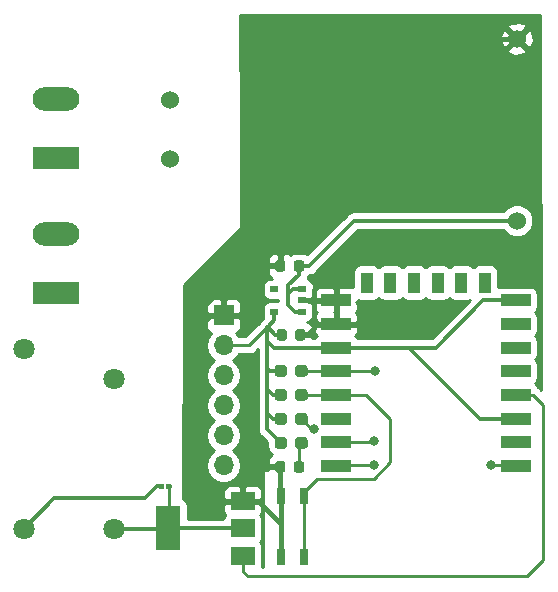
<source format=gtl>
G04 #@! TF.GenerationSoftware,KiCad,Pcbnew,5.0.2-bee76a0~70~ubuntu18.04.1*
G04 #@! TF.CreationDate,2019-01-14T20:29:46+01:00*
G04 #@! TF.ProjectId,AC Relay,41432052-656c-4617-992e-6b696361645f,rev?*
G04 #@! TF.SameCoordinates,PX41672a0PY5c0c740*
G04 #@! TF.FileFunction,Copper,L1,Top*
G04 #@! TF.FilePolarity,Positive*
%FSLAX46Y46*%
G04 Gerber Fmt 4.6, Leading zero omitted, Abs format (unit mm)*
G04 Created by KiCad (PCBNEW 5.0.2-bee76a0~70~ubuntu18.04.1) date lun 14 ene 2019 20:29:46 CET*
%MOMM*%
%LPD*%
G01*
G04 APERTURE LIST*
G04 #@! TA.AperFunction,ComponentPad*
%ADD10C,1.524000*%
G04 #@! TD*
G04 #@! TA.AperFunction,SMDPad,CuDef*
%ADD11R,0.700000X0.510000*%
G04 #@! TD*
G04 #@! TA.AperFunction,SMDPad,CuDef*
%ADD12R,0.700000X1.450000*%
G04 #@! TD*
G04 #@! TA.AperFunction,Conductor*
%ADD13C,0.100000*%
G04 #@! TD*
G04 #@! TA.AperFunction,SMDPad,CuDef*
%ADD14C,0.875000*%
G04 #@! TD*
G04 #@! TA.AperFunction,ComponentPad*
%ADD15R,1.700000X1.700000*%
G04 #@! TD*
G04 #@! TA.AperFunction,ComponentPad*
%ADD16O,1.700000X1.700000*%
G04 #@! TD*
G04 #@! TA.AperFunction,SMDPad,CuDef*
%ADD17C,0.400000*%
G04 #@! TD*
G04 #@! TA.AperFunction,SMDPad,CuDef*
%ADD18R,2.500000X1.000000*%
G04 #@! TD*
G04 #@! TA.AperFunction,SMDPad,CuDef*
%ADD19R,1.000000X1.800000*%
G04 #@! TD*
G04 #@! TA.AperFunction,SMDPad,CuDef*
%ADD20C,0.950000*%
G04 #@! TD*
G04 #@! TA.AperFunction,ComponentPad*
%ADD21O,3.960000X1.980000*%
G04 #@! TD*
G04 #@! TA.AperFunction,ComponentPad*
%ADD22R,3.960000X1.980000*%
G04 #@! TD*
G04 #@! TA.AperFunction,SMDPad,CuDef*
%ADD23R,2.000000X3.800000*%
G04 #@! TD*
G04 #@! TA.AperFunction,SMDPad,CuDef*
%ADD24R,2.000000X1.500000*%
G04 #@! TD*
G04 #@! TA.AperFunction,ComponentPad*
%ADD25C,1.800000*%
G04 #@! TD*
G04 #@! TA.AperFunction,ViaPad*
%ADD26C,0.800000*%
G04 #@! TD*
G04 #@! TA.AperFunction,Conductor*
%ADD27C,0.350000*%
G04 #@! TD*
G04 #@! TA.AperFunction,Conductor*
%ADD28C,0.250000*%
G04 #@! TD*
G04 #@! TA.AperFunction,Conductor*
%ADD29C,0.400000*%
G04 #@! TD*
G04 #@! TA.AperFunction,Conductor*
%ADD30C,0.300000*%
G04 #@! TD*
G04 #@! TA.AperFunction,Conductor*
%ADD31C,0.254000*%
G04 #@! TD*
G04 APERTURE END LIST*
D10*
G04 #@! TO.P,U3,1*
G04 #@! TO.N,Net-(J1-Pad2)*
X16778000Y40948000D03*
G04 #@! TO.P,U3,2*
G04 #@! TO.N,Net-(J1-Pad1)*
X16778000Y35948000D03*
G04 #@! TO.P,U3,3*
G04 #@! TO.N,GND*
X46178000Y46148000D03*
G04 #@! TO.P,U3,4*
G04 #@! TO.N,+5V*
X46178000Y30748000D03*
G04 #@! TD*
D11*
G04 #@! TO.P,U1,1*
G04 #@! TO.N,+5V*
X27957000Y23053000D03*
G04 #@! TO.P,U1,2*
G04 #@! TO.N,GND*
X27957000Y24003000D03*
G04 #@! TO.P,U1,3*
G04 #@! TO.N,+5V*
X27957000Y24953000D03*
G04 #@! TO.P,U1,4*
G04 #@! TO.N,Net-(U1-Pad4)*
X25637000Y24953000D03*
G04 #@! TO.P,U1,5*
G04 #@! TO.N,+3V3*
X25637000Y23053000D03*
G04 #@! TD*
D12*
G04 #@! TO.P,SW1,1*
G04 #@! TO.N,/Button*
X28178000Y2246000D03*
X28178000Y7406000D03*
G04 #@! TO.P,SW1,2*
G04 #@! TO.N,GND*
X26178000Y7406000D03*
X26178000Y2246000D03*
G04 #@! TD*
D13*
G04 #@! TO.N,GND*
G04 #@! TO.C,C2*
G36*
X28078691Y21555947D02*
X28099926Y21552797D01*
X28120750Y21547581D01*
X28140962Y21540349D01*
X28160368Y21531170D01*
X28178781Y21520134D01*
X28196024Y21507346D01*
X28211930Y21492930D01*
X28226346Y21477024D01*
X28239134Y21459781D01*
X28250170Y21441368D01*
X28259349Y21421962D01*
X28266581Y21401750D01*
X28271797Y21380926D01*
X28274947Y21359691D01*
X28276000Y21338250D01*
X28276000Y20825750D01*
X28274947Y20804309D01*
X28271797Y20783074D01*
X28266581Y20762250D01*
X28259349Y20742038D01*
X28250170Y20722632D01*
X28239134Y20704219D01*
X28226346Y20686976D01*
X28211930Y20671070D01*
X28196024Y20656654D01*
X28178781Y20643866D01*
X28160368Y20632830D01*
X28140962Y20623651D01*
X28120750Y20616419D01*
X28099926Y20611203D01*
X28078691Y20608053D01*
X28057250Y20607000D01*
X27619750Y20607000D01*
X27598309Y20608053D01*
X27577074Y20611203D01*
X27556250Y20616419D01*
X27536038Y20623651D01*
X27516632Y20632830D01*
X27498219Y20643866D01*
X27480976Y20656654D01*
X27465070Y20671070D01*
X27450654Y20686976D01*
X27437866Y20704219D01*
X27426830Y20722632D01*
X27417651Y20742038D01*
X27410419Y20762250D01*
X27405203Y20783074D01*
X27402053Y20804309D01*
X27401000Y20825750D01*
X27401000Y21338250D01*
X27402053Y21359691D01*
X27405203Y21380926D01*
X27410419Y21401750D01*
X27417651Y21421962D01*
X27426830Y21441368D01*
X27437866Y21459781D01*
X27450654Y21477024D01*
X27465070Y21492930D01*
X27480976Y21507346D01*
X27498219Y21520134D01*
X27516632Y21531170D01*
X27536038Y21540349D01*
X27556250Y21547581D01*
X27577074Y21552797D01*
X27598309Y21555947D01*
X27619750Y21557000D01*
X28057250Y21557000D01*
X28078691Y21555947D01*
X28078691Y21555947D01*
G37*
D14*
G04 #@! TD*
G04 #@! TO.P,C2,2*
G04 #@! TO.N,GND*
X27838500Y21082000D03*
D13*
G04 #@! TO.N,+3V3*
G04 #@! TO.C,C2*
G36*
X26503691Y21555947D02*
X26524926Y21552797D01*
X26545750Y21547581D01*
X26565962Y21540349D01*
X26585368Y21531170D01*
X26603781Y21520134D01*
X26621024Y21507346D01*
X26636930Y21492930D01*
X26651346Y21477024D01*
X26664134Y21459781D01*
X26675170Y21441368D01*
X26684349Y21421962D01*
X26691581Y21401750D01*
X26696797Y21380926D01*
X26699947Y21359691D01*
X26701000Y21338250D01*
X26701000Y20825750D01*
X26699947Y20804309D01*
X26696797Y20783074D01*
X26691581Y20762250D01*
X26684349Y20742038D01*
X26675170Y20722632D01*
X26664134Y20704219D01*
X26651346Y20686976D01*
X26636930Y20671070D01*
X26621024Y20656654D01*
X26603781Y20643866D01*
X26585368Y20632830D01*
X26565962Y20623651D01*
X26545750Y20616419D01*
X26524926Y20611203D01*
X26503691Y20608053D01*
X26482250Y20607000D01*
X26044750Y20607000D01*
X26023309Y20608053D01*
X26002074Y20611203D01*
X25981250Y20616419D01*
X25961038Y20623651D01*
X25941632Y20632830D01*
X25923219Y20643866D01*
X25905976Y20656654D01*
X25890070Y20671070D01*
X25875654Y20686976D01*
X25862866Y20704219D01*
X25851830Y20722632D01*
X25842651Y20742038D01*
X25835419Y20762250D01*
X25830203Y20783074D01*
X25827053Y20804309D01*
X25826000Y20825750D01*
X25826000Y21338250D01*
X25827053Y21359691D01*
X25830203Y21380926D01*
X25835419Y21401750D01*
X25842651Y21421962D01*
X25851830Y21441368D01*
X25862866Y21459781D01*
X25875654Y21477024D01*
X25890070Y21492930D01*
X25905976Y21507346D01*
X25923219Y21520134D01*
X25941632Y21531170D01*
X25961038Y21540349D01*
X25981250Y21547581D01*
X26002074Y21552797D01*
X26023309Y21555947D01*
X26044750Y21557000D01*
X26482250Y21557000D01*
X26503691Y21555947D01*
X26503691Y21555947D01*
G37*
D14*
G04 #@! TD*
G04 #@! TO.P,C2,1*
G04 #@! TO.N,+3V3*
X26263500Y21082000D03*
D13*
G04 #@! TO.N,+5V*
G04 #@! TO.C,C1*
G36*
X27951691Y27397947D02*
X27972926Y27394797D01*
X27993750Y27389581D01*
X28013962Y27382349D01*
X28033368Y27373170D01*
X28051781Y27362134D01*
X28069024Y27349346D01*
X28084930Y27334930D01*
X28099346Y27319024D01*
X28112134Y27301781D01*
X28123170Y27283368D01*
X28132349Y27263962D01*
X28139581Y27243750D01*
X28144797Y27222926D01*
X28147947Y27201691D01*
X28149000Y27180250D01*
X28149000Y26667750D01*
X28147947Y26646309D01*
X28144797Y26625074D01*
X28139581Y26604250D01*
X28132349Y26584038D01*
X28123170Y26564632D01*
X28112134Y26546219D01*
X28099346Y26528976D01*
X28084930Y26513070D01*
X28069024Y26498654D01*
X28051781Y26485866D01*
X28033368Y26474830D01*
X28013962Y26465651D01*
X27993750Y26458419D01*
X27972926Y26453203D01*
X27951691Y26450053D01*
X27930250Y26449000D01*
X27492750Y26449000D01*
X27471309Y26450053D01*
X27450074Y26453203D01*
X27429250Y26458419D01*
X27409038Y26465651D01*
X27389632Y26474830D01*
X27371219Y26485866D01*
X27353976Y26498654D01*
X27338070Y26513070D01*
X27323654Y26528976D01*
X27310866Y26546219D01*
X27299830Y26564632D01*
X27290651Y26584038D01*
X27283419Y26604250D01*
X27278203Y26625074D01*
X27275053Y26646309D01*
X27274000Y26667750D01*
X27274000Y27180250D01*
X27275053Y27201691D01*
X27278203Y27222926D01*
X27283419Y27243750D01*
X27290651Y27263962D01*
X27299830Y27283368D01*
X27310866Y27301781D01*
X27323654Y27319024D01*
X27338070Y27334930D01*
X27353976Y27349346D01*
X27371219Y27362134D01*
X27389632Y27373170D01*
X27409038Y27382349D01*
X27429250Y27389581D01*
X27450074Y27394797D01*
X27471309Y27397947D01*
X27492750Y27399000D01*
X27930250Y27399000D01*
X27951691Y27397947D01*
X27951691Y27397947D01*
G37*
D14*
G04 #@! TD*
G04 #@! TO.P,C1,1*
G04 #@! TO.N,+5V*
X27711500Y26924000D03*
D13*
G04 #@! TO.N,GND*
G04 #@! TO.C,C1*
G36*
X26376691Y27397947D02*
X26397926Y27394797D01*
X26418750Y27389581D01*
X26438962Y27382349D01*
X26458368Y27373170D01*
X26476781Y27362134D01*
X26494024Y27349346D01*
X26509930Y27334930D01*
X26524346Y27319024D01*
X26537134Y27301781D01*
X26548170Y27283368D01*
X26557349Y27263962D01*
X26564581Y27243750D01*
X26569797Y27222926D01*
X26572947Y27201691D01*
X26574000Y27180250D01*
X26574000Y26667750D01*
X26572947Y26646309D01*
X26569797Y26625074D01*
X26564581Y26604250D01*
X26557349Y26584038D01*
X26548170Y26564632D01*
X26537134Y26546219D01*
X26524346Y26528976D01*
X26509930Y26513070D01*
X26494024Y26498654D01*
X26476781Y26485866D01*
X26458368Y26474830D01*
X26438962Y26465651D01*
X26418750Y26458419D01*
X26397926Y26453203D01*
X26376691Y26450053D01*
X26355250Y26449000D01*
X25917750Y26449000D01*
X25896309Y26450053D01*
X25875074Y26453203D01*
X25854250Y26458419D01*
X25834038Y26465651D01*
X25814632Y26474830D01*
X25796219Y26485866D01*
X25778976Y26498654D01*
X25763070Y26513070D01*
X25748654Y26528976D01*
X25735866Y26546219D01*
X25724830Y26564632D01*
X25715651Y26584038D01*
X25708419Y26604250D01*
X25703203Y26625074D01*
X25700053Y26646309D01*
X25699000Y26667750D01*
X25699000Y27180250D01*
X25700053Y27201691D01*
X25703203Y27222926D01*
X25708419Y27243750D01*
X25715651Y27263962D01*
X25724830Y27283368D01*
X25735866Y27301781D01*
X25748654Y27319024D01*
X25763070Y27334930D01*
X25778976Y27349346D01*
X25796219Y27362134D01*
X25814632Y27373170D01*
X25834038Y27382349D01*
X25854250Y27389581D01*
X25875074Y27394797D01*
X25896309Y27397947D01*
X25917750Y27399000D01*
X26355250Y27399000D01*
X26376691Y27397947D01*
X26376691Y27397947D01*
G37*
D14*
G04 #@! TD*
G04 #@! TO.P,C1,2*
G04 #@! TO.N,GND*
X26136500Y26924000D03*
D15*
G04 #@! TO.P,J2,1*
G04 #@! TO.N,GND*
X21336000Y22733000D03*
D16*
G04 #@! TO.P,J2,2*
G04 #@! TO.N,+3V3*
X21336000Y20193000D03*
G04 #@! TO.P,J2,3*
G04 #@! TO.N,/Flash*
X21336000Y17653000D03*
G04 #@! TO.P,J2,4*
G04 #@! TO.N,/Rst*
X21336000Y15113000D03*
G04 #@! TO.P,J2,5*
G04 #@! TO.N,/RX*
X21336000Y12573000D03*
G04 #@! TO.P,J2,6*
G04 #@! TO.N,/TX*
X21336000Y10033000D03*
G04 #@! TD*
D13*
G04 #@! TO.N,Net-(D1-Pad1)*
G04 #@! TO.C,D1*
G36*
X16842802Y8454518D02*
X16852509Y8453079D01*
X16862028Y8450694D01*
X16871268Y8447388D01*
X16880140Y8443192D01*
X16888557Y8438147D01*
X16896439Y8432301D01*
X16903711Y8425711D01*
X16910301Y8418439D01*
X16916147Y8410557D01*
X16921192Y8402140D01*
X16925388Y8393268D01*
X16928694Y8384028D01*
X16931079Y8374509D01*
X16932518Y8364802D01*
X16933000Y8355000D01*
X16933000Y8155000D01*
X16932518Y8145198D01*
X16931079Y8135491D01*
X16928694Y8125972D01*
X16925388Y8116732D01*
X16921192Y8107860D01*
X16916147Y8099443D01*
X16910301Y8091561D01*
X16903711Y8084289D01*
X16896439Y8077699D01*
X16888557Y8071853D01*
X16880140Y8066808D01*
X16871268Y8062612D01*
X16862028Y8059306D01*
X16852509Y8056921D01*
X16842802Y8055482D01*
X16833000Y8055000D01*
X16573000Y8055000D01*
X16563198Y8055482D01*
X16553491Y8056921D01*
X16543972Y8059306D01*
X16534732Y8062612D01*
X16525860Y8066808D01*
X16517443Y8071853D01*
X16509561Y8077699D01*
X16502289Y8084289D01*
X16495699Y8091561D01*
X16489853Y8099443D01*
X16484808Y8107860D01*
X16480612Y8116732D01*
X16477306Y8125972D01*
X16474921Y8135491D01*
X16473482Y8145198D01*
X16473000Y8155000D01*
X16473000Y8355000D01*
X16473482Y8364802D01*
X16474921Y8374509D01*
X16477306Y8384028D01*
X16480612Y8393268D01*
X16484808Y8402140D01*
X16489853Y8410557D01*
X16495699Y8418439D01*
X16502289Y8425711D01*
X16509561Y8432301D01*
X16517443Y8438147D01*
X16525860Y8443192D01*
X16534732Y8447388D01*
X16543972Y8450694D01*
X16553491Y8453079D01*
X16563198Y8454518D01*
X16573000Y8455000D01*
X16833000Y8455000D01*
X16842802Y8454518D01*
X16842802Y8454518D01*
G37*
D17*
G04 #@! TD*
G04 #@! TO.P,D1,1*
G04 #@! TO.N,Net-(D1-Pad1)*
X16703000Y8255000D03*
D13*
G04 #@! TO.N,+5V*
G04 #@! TO.C,D1*
G36*
X16202802Y8454518D02*
X16212509Y8453079D01*
X16222028Y8450694D01*
X16231268Y8447388D01*
X16240140Y8443192D01*
X16248557Y8438147D01*
X16256439Y8432301D01*
X16263711Y8425711D01*
X16270301Y8418439D01*
X16276147Y8410557D01*
X16281192Y8402140D01*
X16285388Y8393268D01*
X16288694Y8384028D01*
X16291079Y8374509D01*
X16292518Y8364802D01*
X16293000Y8355000D01*
X16293000Y8155000D01*
X16292518Y8145198D01*
X16291079Y8135491D01*
X16288694Y8125972D01*
X16285388Y8116732D01*
X16281192Y8107860D01*
X16276147Y8099443D01*
X16270301Y8091561D01*
X16263711Y8084289D01*
X16256439Y8077699D01*
X16248557Y8071853D01*
X16240140Y8066808D01*
X16231268Y8062612D01*
X16222028Y8059306D01*
X16212509Y8056921D01*
X16202802Y8055482D01*
X16193000Y8055000D01*
X15933000Y8055000D01*
X15923198Y8055482D01*
X15913491Y8056921D01*
X15903972Y8059306D01*
X15894732Y8062612D01*
X15885860Y8066808D01*
X15877443Y8071853D01*
X15869561Y8077699D01*
X15862289Y8084289D01*
X15855699Y8091561D01*
X15849853Y8099443D01*
X15844808Y8107860D01*
X15840612Y8116732D01*
X15837306Y8125972D01*
X15834921Y8135491D01*
X15833482Y8145198D01*
X15833000Y8155000D01*
X15833000Y8355000D01*
X15833482Y8364802D01*
X15834921Y8374509D01*
X15837306Y8384028D01*
X15840612Y8393268D01*
X15844808Y8402140D01*
X15849853Y8410557D01*
X15855699Y8418439D01*
X15862289Y8425711D01*
X15869561Y8432301D01*
X15877443Y8438147D01*
X15885860Y8443192D01*
X15894732Y8447388D01*
X15903972Y8450694D01*
X15913491Y8453079D01*
X15923198Y8454518D01*
X15933000Y8455000D01*
X16193000Y8455000D01*
X16202802Y8454518D01*
X16202802Y8454518D01*
G37*
D17*
G04 #@! TD*
G04 #@! TO.P,D1,2*
G04 #@! TO.N,+5V*
X16063000Y8255000D03*
D13*
G04 #@! TO.N,GND*
G04 #@! TO.C,D2*
G36*
X26376691Y10379947D02*
X26397926Y10376797D01*
X26418750Y10371581D01*
X26438962Y10364349D01*
X26458368Y10355170D01*
X26476781Y10344134D01*
X26494024Y10331346D01*
X26509930Y10316930D01*
X26524346Y10301024D01*
X26537134Y10283781D01*
X26548170Y10265368D01*
X26557349Y10245962D01*
X26564581Y10225750D01*
X26569797Y10204926D01*
X26572947Y10183691D01*
X26574000Y10162250D01*
X26574000Y9649750D01*
X26572947Y9628309D01*
X26569797Y9607074D01*
X26564581Y9586250D01*
X26557349Y9566038D01*
X26548170Y9546632D01*
X26537134Y9528219D01*
X26524346Y9510976D01*
X26509930Y9495070D01*
X26494024Y9480654D01*
X26476781Y9467866D01*
X26458368Y9456830D01*
X26438962Y9447651D01*
X26418750Y9440419D01*
X26397926Y9435203D01*
X26376691Y9432053D01*
X26355250Y9431000D01*
X25917750Y9431000D01*
X25896309Y9432053D01*
X25875074Y9435203D01*
X25854250Y9440419D01*
X25834038Y9447651D01*
X25814632Y9456830D01*
X25796219Y9467866D01*
X25778976Y9480654D01*
X25763070Y9495070D01*
X25748654Y9510976D01*
X25735866Y9528219D01*
X25724830Y9546632D01*
X25715651Y9566038D01*
X25708419Y9586250D01*
X25703203Y9607074D01*
X25700053Y9628309D01*
X25699000Y9649750D01*
X25699000Y10162250D01*
X25700053Y10183691D01*
X25703203Y10204926D01*
X25708419Y10225750D01*
X25715651Y10245962D01*
X25724830Y10265368D01*
X25735866Y10283781D01*
X25748654Y10301024D01*
X25763070Y10316930D01*
X25778976Y10331346D01*
X25796219Y10344134D01*
X25814632Y10355170D01*
X25834038Y10364349D01*
X25854250Y10371581D01*
X25875074Y10376797D01*
X25896309Y10379947D01*
X25917750Y10381000D01*
X26355250Y10381000D01*
X26376691Y10379947D01*
X26376691Y10379947D01*
G37*
D14*
G04 #@! TD*
G04 #@! TO.P,D2,1*
G04 #@! TO.N,GND*
X26136500Y9906000D03*
D13*
G04 #@! TO.N,Net-(D2-Pad2)*
G04 #@! TO.C,D2*
G36*
X27951691Y10379947D02*
X27972926Y10376797D01*
X27993750Y10371581D01*
X28013962Y10364349D01*
X28033368Y10355170D01*
X28051781Y10344134D01*
X28069024Y10331346D01*
X28084930Y10316930D01*
X28099346Y10301024D01*
X28112134Y10283781D01*
X28123170Y10265368D01*
X28132349Y10245962D01*
X28139581Y10225750D01*
X28144797Y10204926D01*
X28147947Y10183691D01*
X28149000Y10162250D01*
X28149000Y9649750D01*
X28147947Y9628309D01*
X28144797Y9607074D01*
X28139581Y9586250D01*
X28132349Y9566038D01*
X28123170Y9546632D01*
X28112134Y9528219D01*
X28099346Y9510976D01*
X28084930Y9495070D01*
X28069024Y9480654D01*
X28051781Y9467866D01*
X28033368Y9456830D01*
X28013962Y9447651D01*
X27993750Y9440419D01*
X27972926Y9435203D01*
X27951691Y9432053D01*
X27930250Y9431000D01*
X27492750Y9431000D01*
X27471309Y9432053D01*
X27450074Y9435203D01*
X27429250Y9440419D01*
X27409038Y9447651D01*
X27389632Y9456830D01*
X27371219Y9467866D01*
X27353976Y9480654D01*
X27338070Y9495070D01*
X27323654Y9510976D01*
X27310866Y9528219D01*
X27299830Y9546632D01*
X27290651Y9566038D01*
X27283419Y9586250D01*
X27278203Y9607074D01*
X27275053Y9628309D01*
X27274000Y9649750D01*
X27274000Y10162250D01*
X27275053Y10183691D01*
X27278203Y10204926D01*
X27283419Y10225750D01*
X27290651Y10245962D01*
X27299830Y10265368D01*
X27310866Y10283781D01*
X27323654Y10301024D01*
X27338070Y10316930D01*
X27353976Y10331346D01*
X27371219Y10344134D01*
X27389632Y10355170D01*
X27409038Y10364349D01*
X27429250Y10371581D01*
X27450074Y10376797D01*
X27471309Y10379947D01*
X27492750Y10381000D01*
X27930250Y10381000D01*
X27951691Y10379947D01*
X27951691Y10379947D01*
G37*
D14*
G04 #@! TD*
G04 #@! TO.P,D2,2*
G04 #@! TO.N,Net-(D2-Pad2)*
X27711500Y9906000D03*
D18*
G04 #@! TO.P,U2,1*
G04 #@! TO.N,/Rst*
X46061000Y10002000D03*
G04 #@! TO.P,U2,2*
G04 #@! TO.N,Net-(U2-Pad2)*
X46061000Y12002000D03*
G04 #@! TO.P,U2,3*
G04 #@! TO.N,+3V3*
X46061000Y14002000D03*
G04 #@! TO.P,U2,4*
G04 #@! TO.N,/Relay*
X46061000Y16002000D03*
G04 #@! TO.P,U2,5*
G04 #@! TO.N,Net-(U2-Pad5)*
X46061000Y18002000D03*
G04 #@! TO.P,U2,6*
G04 #@! TO.N,Net-(U2-Pad6)*
X46061000Y20002000D03*
G04 #@! TO.P,U2,7*
G04 #@! TO.N,Net-(U2-Pad7)*
X46061000Y22002000D03*
G04 #@! TO.P,U2,8*
G04 #@! TO.N,+3V3*
X46061000Y24002000D03*
D19*
G04 #@! TO.P,U2,9*
G04 #@! TO.N,Net-(U2-Pad9)*
X43461000Y25502000D03*
G04 #@! TO.P,U2,10*
G04 #@! TO.N,Net-(U2-Pad10)*
X41461000Y25502000D03*
G04 #@! TO.P,U2,11*
G04 #@! TO.N,Net-(U2-Pad11)*
X39461000Y25502000D03*
G04 #@! TO.P,U2,12*
G04 #@! TO.N,Net-(U2-Pad12)*
X37461000Y25502000D03*
G04 #@! TO.P,U2,13*
G04 #@! TO.N,Net-(U2-Pad13)*
X35461000Y25502000D03*
G04 #@! TO.P,U2,14*
G04 #@! TO.N,Net-(U2-Pad14)*
X33461000Y25502000D03*
D18*
G04 #@! TO.P,U2,15*
G04 #@! TO.N,GND*
X30861000Y24002000D03*
G04 #@! TO.P,U2,16*
X30861000Y22002000D03*
G04 #@! TO.P,U2,17*
G04 #@! TO.N,+3V3*
X30861000Y20002000D03*
G04 #@! TO.P,U2,18*
G04 #@! TO.N,/Flash*
X30861000Y18002000D03*
G04 #@! TO.P,U2,19*
G04 #@! TO.N,/Button*
X30861000Y16002000D03*
G04 #@! TO.P,U2,20*
G04 #@! TO.N,Net-(U2-Pad20)*
X30861000Y14002000D03*
G04 #@! TO.P,U2,21*
G04 #@! TO.N,/RX*
X30861000Y12002000D03*
G04 #@! TO.P,U2,22*
G04 #@! TO.N,/TX*
X30861000Y10002000D03*
G04 #@! TD*
D13*
G04 #@! TO.N,+3V3*
G04 #@! TO.C,R1*
G36*
X26486779Y14443856D02*
X26509834Y14440437D01*
X26532443Y14434773D01*
X26554387Y14426921D01*
X26575457Y14416956D01*
X26595448Y14404974D01*
X26614168Y14391090D01*
X26631438Y14375438D01*
X26647090Y14358168D01*
X26660974Y14339448D01*
X26672956Y14319457D01*
X26682921Y14298387D01*
X26690773Y14276443D01*
X26696437Y14253834D01*
X26699856Y14230779D01*
X26701000Y14207500D01*
X26701000Y13732500D01*
X26699856Y13709221D01*
X26696437Y13686166D01*
X26690773Y13663557D01*
X26682921Y13641613D01*
X26672956Y13620543D01*
X26660974Y13600552D01*
X26647090Y13581832D01*
X26631438Y13564562D01*
X26614168Y13548910D01*
X26595448Y13535026D01*
X26575457Y13523044D01*
X26554387Y13513079D01*
X26532443Y13505227D01*
X26509834Y13499563D01*
X26486779Y13496144D01*
X26463500Y13495000D01*
X25888500Y13495000D01*
X25865221Y13496144D01*
X25842166Y13499563D01*
X25819557Y13505227D01*
X25797613Y13513079D01*
X25776543Y13523044D01*
X25756552Y13535026D01*
X25737832Y13548910D01*
X25720562Y13564562D01*
X25704910Y13581832D01*
X25691026Y13600552D01*
X25679044Y13620543D01*
X25669079Y13641613D01*
X25661227Y13663557D01*
X25655563Y13686166D01*
X25652144Y13709221D01*
X25651000Y13732500D01*
X25651000Y14207500D01*
X25652144Y14230779D01*
X25655563Y14253834D01*
X25661227Y14276443D01*
X25669079Y14298387D01*
X25679044Y14319457D01*
X25691026Y14339448D01*
X25704910Y14358168D01*
X25720562Y14375438D01*
X25737832Y14391090D01*
X25756552Y14404974D01*
X25776543Y14416956D01*
X25797613Y14426921D01*
X25819557Y14434773D01*
X25842166Y14440437D01*
X25865221Y14443856D01*
X25888500Y14445000D01*
X26463500Y14445000D01*
X26486779Y14443856D01*
X26486779Y14443856D01*
G37*
D20*
G04 #@! TD*
G04 #@! TO.P,R1,2*
G04 #@! TO.N,+3V3*
X26176000Y13970000D03*
D13*
G04 #@! TO.N,/Rst*
G04 #@! TO.C,R1*
G36*
X28236779Y14443856D02*
X28259834Y14440437D01*
X28282443Y14434773D01*
X28304387Y14426921D01*
X28325457Y14416956D01*
X28345448Y14404974D01*
X28364168Y14391090D01*
X28381438Y14375438D01*
X28397090Y14358168D01*
X28410974Y14339448D01*
X28422956Y14319457D01*
X28432921Y14298387D01*
X28440773Y14276443D01*
X28446437Y14253834D01*
X28449856Y14230779D01*
X28451000Y14207500D01*
X28451000Y13732500D01*
X28449856Y13709221D01*
X28446437Y13686166D01*
X28440773Y13663557D01*
X28432921Y13641613D01*
X28422956Y13620543D01*
X28410974Y13600552D01*
X28397090Y13581832D01*
X28381438Y13564562D01*
X28364168Y13548910D01*
X28345448Y13535026D01*
X28325457Y13523044D01*
X28304387Y13513079D01*
X28282443Y13505227D01*
X28259834Y13499563D01*
X28236779Y13496144D01*
X28213500Y13495000D01*
X27638500Y13495000D01*
X27615221Y13496144D01*
X27592166Y13499563D01*
X27569557Y13505227D01*
X27547613Y13513079D01*
X27526543Y13523044D01*
X27506552Y13535026D01*
X27487832Y13548910D01*
X27470562Y13564562D01*
X27454910Y13581832D01*
X27441026Y13600552D01*
X27429044Y13620543D01*
X27419079Y13641613D01*
X27411227Y13663557D01*
X27405563Y13686166D01*
X27402144Y13709221D01*
X27401000Y13732500D01*
X27401000Y14207500D01*
X27402144Y14230779D01*
X27405563Y14253834D01*
X27411227Y14276443D01*
X27419079Y14298387D01*
X27429044Y14319457D01*
X27441026Y14339448D01*
X27454910Y14358168D01*
X27470562Y14375438D01*
X27487832Y14391090D01*
X27506552Y14404974D01*
X27526543Y14416956D01*
X27547613Y14426921D01*
X27569557Y14434773D01*
X27592166Y14440437D01*
X27615221Y14443856D01*
X27638500Y14445000D01*
X28213500Y14445000D01*
X28236779Y14443856D01*
X28236779Y14443856D01*
G37*
D20*
G04 #@! TD*
G04 #@! TO.P,R1,1*
G04 #@! TO.N,/Rst*
X27926000Y13970000D03*
D13*
G04 #@! TO.N,+3V3*
G04 #@! TO.C,R2*
G36*
X26486779Y18507856D02*
X26509834Y18504437D01*
X26532443Y18498773D01*
X26554387Y18490921D01*
X26575457Y18480956D01*
X26595448Y18468974D01*
X26614168Y18455090D01*
X26631438Y18439438D01*
X26647090Y18422168D01*
X26660974Y18403448D01*
X26672956Y18383457D01*
X26682921Y18362387D01*
X26690773Y18340443D01*
X26696437Y18317834D01*
X26699856Y18294779D01*
X26701000Y18271500D01*
X26701000Y17796500D01*
X26699856Y17773221D01*
X26696437Y17750166D01*
X26690773Y17727557D01*
X26682921Y17705613D01*
X26672956Y17684543D01*
X26660974Y17664552D01*
X26647090Y17645832D01*
X26631438Y17628562D01*
X26614168Y17612910D01*
X26595448Y17599026D01*
X26575457Y17587044D01*
X26554387Y17577079D01*
X26532443Y17569227D01*
X26509834Y17563563D01*
X26486779Y17560144D01*
X26463500Y17559000D01*
X25888500Y17559000D01*
X25865221Y17560144D01*
X25842166Y17563563D01*
X25819557Y17569227D01*
X25797613Y17577079D01*
X25776543Y17587044D01*
X25756552Y17599026D01*
X25737832Y17612910D01*
X25720562Y17628562D01*
X25704910Y17645832D01*
X25691026Y17664552D01*
X25679044Y17684543D01*
X25669079Y17705613D01*
X25661227Y17727557D01*
X25655563Y17750166D01*
X25652144Y17773221D01*
X25651000Y17796500D01*
X25651000Y18271500D01*
X25652144Y18294779D01*
X25655563Y18317834D01*
X25661227Y18340443D01*
X25669079Y18362387D01*
X25679044Y18383457D01*
X25691026Y18403448D01*
X25704910Y18422168D01*
X25720562Y18439438D01*
X25737832Y18455090D01*
X25756552Y18468974D01*
X25776543Y18480956D01*
X25797613Y18490921D01*
X25819557Y18498773D01*
X25842166Y18504437D01*
X25865221Y18507856D01*
X25888500Y18509000D01*
X26463500Y18509000D01*
X26486779Y18507856D01*
X26486779Y18507856D01*
G37*
D20*
G04 #@! TD*
G04 #@! TO.P,R2,1*
G04 #@! TO.N,+3V3*
X26176000Y18034000D03*
D13*
G04 #@! TO.N,/Flash*
G04 #@! TO.C,R2*
G36*
X28236779Y18507856D02*
X28259834Y18504437D01*
X28282443Y18498773D01*
X28304387Y18490921D01*
X28325457Y18480956D01*
X28345448Y18468974D01*
X28364168Y18455090D01*
X28381438Y18439438D01*
X28397090Y18422168D01*
X28410974Y18403448D01*
X28422956Y18383457D01*
X28432921Y18362387D01*
X28440773Y18340443D01*
X28446437Y18317834D01*
X28449856Y18294779D01*
X28451000Y18271500D01*
X28451000Y17796500D01*
X28449856Y17773221D01*
X28446437Y17750166D01*
X28440773Y17727557D01*
X28432921Y17705613D01*
X28422956Y17684543D01*
X28410974Y17664552D01*
X28397090Y17645832D01*
X28381438Y17628562D01*
X28364168Y17612910D01*
X28345448Y17599026D01*
X28325457Y17587044D01*
X28304387Y17577079D01*
X28282443Y17569227D01*
X28259834Y17563563D01*
X28236779Y17560144D01*
X28213500Y17559000D01*
X27638500Y17559000D01*
X27615221Y17560144D01*
X27592166Y17563563D01*
X27569557Y17569227D01*
X27547613Y17577079D01*
X27526543Y17587044D01*
X27506552Y17599026D01*
X27487832Y17612910D01*
X27470562Y17628562D01*
X27454910Y17645832D01*
X27441026Y17664552D01*
X27429044Y17684543D01*
X27419079Y17705613D01*
X27411227Y17727557D01*
X27405563Y17750166D01*
X27402144Y17773221D01*
X27401000Y17796500D01*
X27401000Y18271500D01*
X27402144Y18294779D01*
X27405563Y18317834D01*
X27411227Y18340443D01*
X27419079Y18362387D01*
X27429044Y18383457D01*
X27441026Y18403448D01*
X27454910Y18422168D01*
X27470562Y18439438D01*
X27487832Y18455090D01*
X27506552Y18468974D01*
X27526543Y18480956D01*
X27547613Y18490921D01*
X27569557Y18498773D01*
X27592166Y18504437D01*
X27615221Y18507856D01*
X27638500Y18509000D01*
X28213500Y18509000D01*
X28236779Y18507856D01*
X28236779Y18507856D01*
G37*
D20*
G04 #@! TD*
G04 #@! TO.P,R2,2*
G04 #@! TO.N,/Flash*
X27926000Y18034000D03*
D13*
G04 #@! TO.N,+3V3*
G04 #@! TO.C,R3*
G36*
X26486779Y16475856D02*
X26509834Y16472437D01*
X26532443Y16466773D01*
X26554387Y16458921D01*
X26575457Y16448956D01*
X26595448Y16436974D01*
X26614168Y16423090D01*
X26631438Y16407438D01*
X26647090Y16390168D01*
X26660974Y16371448D01*
X26672956Y16351457D01*
X26682921Y16330387D01*
X26690773Y16308443D01*
X26696437Y16285834D01*
X26699856Y16262779D01*
X26701000Y16239500D01*
X26701000Y15764500D01*
X26699856Y15741221D01*
X26696437Y15718166D01*
X26690773Y15695557D01*
X26682921Y15673613D01*
X26672956Y15652543D01*
X26660974Y15632552D01*
X26647090Y15613832D01*
X26631438Y15596562D01*
X26614168Y15580910D01*
X26595448Y15567026D01*
X26575457Y15555044D01*
X26554387Y15545079D01*
X26532443Y15537227D01*
X26509834Y15531563D01*
X26486779Y15528144D01*
X26463500Y15527000D01*
X25888500Y15527000D01*
X25865221Y15528144D01*
X25842166Y15531563D01*
X25819557Y15537227D01*
X25797613Y15545079D01*
X25776543Y15555044D01*
X25756552Y15567026D01*
X25737832Y15580910D01*
X25720562Y15596562D01*
X25704910Y15613832D01*
X25691026Y15632552D01*
X25679044Y15652543D01*
X25669079Y15673613D01*
X25661227Y15695557D01*
X25655563Y15718166D01*
X25652144Y15741221D01*
X25651000Y15764500D01*
X25651000Y16239500D01*
X25652144Y16262779D01*
X25655563Y16285834D01*
X25661227Y16308443D01*
X25669079Y16330387D01*
X25679044Y16351457D01*
X25691026Y16371448D01*
X25704910Y16390168D01*
X25720562Y16407438D01*
X25737832Y16423090D01*
X25756552Y16436974D01*
X25776543Y16448956D01*
X25797613Y16458921D01*
X25819557Y16466773D01*
X25842166Y16472437D01*
X25865221Y16475856D01*
X25888500Y16477000D01*
X26463500Y16477000D01*
X26486779Y16475856D01*
X26486779Y16475856D01*
G37*
D20*
G04 #@! TD*
G04 #@! TO.P,R3,2*
G04 #@! TO.N,+3V3*
X26176000Y16002000D03*
D13*
G04 #@! TO.N,/Button*
G04 #@! TO.C,R3*
G36*
X28236779Y16475856D02*
X28259834Y16472437D01*
X28282443Y16466773D01*
X28304387Y16458921D01*
X28325457Y16448956D01*
X28345448Y16436974D01*
X28364168Y16423090D01*
X28381438Y16407438D01*
X28397090Y16390168D01*
X28410974Y16371448D01*
X28422956Y16351457D01*
X28432921Y16330387D01*
X28440773Y16308443D01*
X28446437Y16285834D01*
X28449856Y16262779D01*
X28451000Y16239500D01*
X28451000Y15764500D01*
X28449856Y15741221D01*
X28446437Y15718166D01*
X28440773Y15695557D01*
X28432921Y15673613D01*
X28422956Y15652543D01*
X28410974Y15632552D01*
X28397090Y15613832D01*
X28381438Y15596562D01*
X28364168Y15580910D01*
X28345448Y15567026D01*
X28325457Y15555044D01*
X28304387Y15545079D01*
X28282443Y15537227D01*
X28259834Y15531563D01*
X28236779Y15528144D01*
X28213500Y15527000D01*
X27638500Y15527000D01*
X27615221Y15528144D01*
X27592166Y15531563D01*
X27569557Y15537227D01*
X27547613Y15545079D01*
X27526543Y15555044D01*
X27506552Y15567026D01*
X27487832Y15580910D01*
X27470562Y15596562D01*
X27454910Y15613832D01*
X27441026Y15632552D01*
X27429044Y15652543D01*
X27419079Y15673613D01*
X27411227Y15695557D01*
X27405563Y15718166D01*
X27402144Y15741221D01*
X27401000Y15764500D01*
X27401000Y16239500D01*
X27402144Y16262779D01*
X27405563Y16285834D01*
X27411227Y16308443D01*
X27419079Y16330387D01*
X27429044Y16351457D01*
X27441026Y16371448D01*
X27454910Y16390168D01*
X27470562Y16407438D01*
X27487832Y16423090D01*
X27506552Y16436974D01*
X27526543Y16448956D01*
X27547613Y16458921D01*
X27569557Y16466773D01*
X27592166Y16472437D01*
X27615221Y16475856D01*
X27638500Y16477000D01*
X28213500Y16477000D01*
X28236779Y16475856D01*
X28236779Y16475856D01*
G37*
D20*
G04 #@! TD*
G04 #@! TO.P,R3,1*
G04 #@! TO.N,/Button*
X27926000Y16002000D03*
D13*
G04 #@! TO.N,Net-(D2-Pad2)*
G04 #@! TO.C,R4*
G36*
X28236779Y12411856D02*
X28259834Y12408437D01*
X28282443Y12402773D01*
X28304387Y12394921D01*
X28325457Y12384956D01*
X28345448Y12372974D01*
X28364168Y12359090D01*
X28381438Y12343438D01*
X28397090Y12326168D01*
X28410974Y12307448D01*
X28422956Y12287457D01*
X28432921Y12266387D01*
X28440773Y12244443D01*
X28446437Y12221834D01*
X28449856Y12198779D01*
X28451000Y12175500D01*
X28451000Y11700500D01*
X28449856Y11677221D01*
X28446437Y11654166D01*
X28440773Y11631557D01*
X28432921Y11609613D01*
X28422956Y11588543D01*
X28410974Y11568552D01*
X28397090Y11549832D01*
X28381438Y11532562D01*
X28364168Y11516910D01*
X28345448Y11503026D01*
X28325457Y11491044D01*
X28304387Y11481079D01*
X28282443Y11473227D01*
X28259834Y11467563D01*
X28236779Y11464144D01*
X28213500Y11463000D01*
X27638500Y11463000D01*
X27615221Y11464144D01*
X27592166Y11467563D01*
X27569557Y11473227D01*
X27547613Y11481079D01*
X27526543Y11491044D01*
X27506552Y11503026D01*
X27487832Y11516910D01*
X27470562Y11532562D01*
X27454910Y11549832D01*
X27441026Y11568552D01*
X27429044Y11588543D01*
X27419079Y11609613D01*
X27411227Y11631557D01*
X27405563Y11654166D01*
X27402144Y11677221D01*
X27401000Y11700500D01*
X27401000Y12175500D01*
X27402144Y12198779D01*
X27405563Y12221834D01*
X27411227Y12244443D01*
X27419079Y12266387D01*
X27429044Y12287457D01*
X27441026Y12307448D01*
X27454910Y12326168D01*
X27470562Y12343438D01*
X27487832Y12359090D01*
X27506552Y12372974D01*
X27526543Y12384956D01*
X27547613Y12394921D01*
X27569557Y12402773D01*
X27592166Y12408437D01*
X27615221Y12411856D01*
X27638500Y12413000D01*
X28213500Y12413000D01*
X28236779Y12411856D01*
X28236779Y12411856D01*
G37*
D20*
G04 #@! TD*
G04 #@! TO.P,R4,1*
G04 #@! TO.N,Net-(D2-Pad2)*
X27926000Y11938000D03*
D13*
G04 #@! TO.N,+3V3*
G04 #@! TO.C,R4*
G36*
X26486779Y12411856D02*
X26509834Y12408437D01*
X26532443Y12402773D01*
X26554387Y12394921D01*
X26575457Y12384956D01*
X26595448Y12372974D01*
X26614168Y12359090D01*
X26631438Y12343438D01*
X26647090Y12326168D01*
X26660974Y12307448D01*
X26672956Y12287457D01*
X26682921Y12266387D01*
X26690773Y12244443D01*
X26696437Y12221834D01*
X26699856Y12198779D01*
X26701000Y12175500D01*
X26701000Y11700500D01*
X26699856Y11677221D01*
X26696437Y11654166D01*
X26690773Y11631557D01*
X26682921Y11609613D01*
X26672956Y11588543D01*
X26660974Y11568552D01*
X26647090Y11549832D01*
X26631438Y11532562D01*
X26614168Y11516910D01*
X26595448Y11503026D01*
X26575457Y11491044D01*
X26554387Y11481079D01*
X26532443Y11473227D01*
X26509834Y11467563D01*
X26486779Y11464144D01*
X26463500Y11463000D01*
X25888500Y11463000D01*
X25865221Y11464144D01*
X25842166Y11467563D01*
X25819557Y11473227D01*
X25797613Y11481079D01*
X25776543Y11491044D01*
X25756552Y11503026D01*
X25737832Y11516910D01*
X25720562Y11532562D01*
X25704910Y11549832D01*
X25691026Y11568552D01*
X25679044Y11588543D01*
X25669079Y11609613D01*
X25661227Y11631557D01*
X25655563Y11654166D01*
X25652144Y11677221D01*
X25651000Y11700500D01*
X25651000Y12175500D01*
X25652144Y12198779D01*
X25655563Y12221834D01*
X25661227Y12244443D01*
X25669079Y12266387D01*
X25679044Y12287457D01*
X25691026Y12307448D01*
X25704910Y12326168D01*
X25720562Y12343438D01*
X25737832Y12359090D01*
X25756552Y12372974D01*
X25776543Y12384956D01*
X25797613Y12394921D01*
X25819557Y12402773D01*
X25842166Y12408437D01*
X25865221Y12411856D01*
X25888500Y12413000D01*
X26463500Y12413000D01*
X26486779Y12411856D01*
X26486779Y12411856D01*
G37*
D20*
G04 #@! TD*
G04 #@! TO.P,R4,2*
G04 #@! TO.N,+3V3*
X26176000Y11938000D03*
D21*
G04 #@! TO.P,J3,2*
G04 #@! TO.N,Net-(J3-Pad2)*
X7112000Y29638000D03*
D22*
G04 #@! TO.P,J3,1*
G04 #@! TO.N,Net-(J3-Pad1)*
X7112000Y24638000D03*
G04 #@! TD*
G04 #@! TO.P,J1,1*
G04 #@! TO.N,Net-(J1-Pad1)*
X7112000Y36068000D03*
D21*
G04 #@! TO.P,J1,2*
G04 #@! TO.N,Net-(J1-Pad2)*
X7112000Y41068000D03*
G04 #@! TD*
D23*
G04 #@! TO.P,Q1,4*
G04 #@! TO.N,Net-(D1-Pad1)*
X16662000Y4699000D03*
D24*
G04 #@! TO.P,Q1,2*
X22962000Y4699000D03*
G04 #@! TO.P,Q1,3*
G04 #@! TO.N,GND*
X22962000Y6999000D03*
G04 #@! TO.P,Q1,1*
G04 #@! TO.N,/Relay*
X22962000Y2399000D03*
G04 #@! TD*
D25*
G04 #@! TO.P,K1,1*
G04 #@! TO.N,Net-(D1-Pad1)*
X12035000Y4655000D03*
G04 #@! TO.P,K1,2*
G04 #@! TO.N,+5V*
X4435000Y4655000D03*
G04 #@! TO.P,K1,3*
G04 #@! TO.N,Net-(J3-Pad1)*
X4435000Y19895000D03*
G04 #@! TO.P,K1,4*
G04 #@! TO.N,Net-(J3-Pad2)*
X12035000Y17355000D03*
G04 #@! TD*
D26*
G04 #@! TO.N,/Flash*
X34163000Y18034000D03*
G04 #@! TO.N,/Rst*
X43942000Y10033000D03*
X28956000Y13152001D03*
G04 #@! TO.N,/RX*
X34036000Y12065000D03*
G04 #@! TO.N,/TX*
X34036000Y10033000D03*
G04 #@! TD*
D27*
G04 #@! TO.N,+5V*
X27357000Y23053000D02*
X26797000Y23613000D01*
X27957000Y23053000D02*
X27357000Y23053000D01*
X27239000Y24953000D02*
X27957000Y24953000D01*
X26797000Y24511000D02*
X27239000Y24953000D01*
X26797000Y23613000D02*
X26797000Y24257000D01*
X26797000Y24257000D02*
X26797000Y24511000D01*
X27711500Y26187500D02*
X27711500Y26924000D01*
X26797000Y24511000D02*
X26797000Y25273000D01*
X26797000Y25273000D02*
X27711500Y26187500D01*
X32399000Y30748000D02*
X46178000Y30748000D01*
X27711500Y26924000D02*
X28575000Y26924000D01*
X28575000Y26924000D02*
X32399000Y30748000D01*
X15733000Y8255000D02*
X14717000Y7239000D01*
X16063000Y8255000D02*
X15733000Y8255000D01*
X7019000Y7239000D02*
X4435000Y4655000D01*
X14717000Y7239000D02*
X7019000Y7239000D01*
G04 #@! TO.N,Net-(D1-Pad1)*
X17912000Y4699000D02*
X22962000Y4699000D01*
X16662000Y4699000D02*
X17912000Y4699000D01*
X16618000Y4655000D02*
X16662000Y4699000D01*
X12035000Y4655000D02*
X16618000Y4655000D01*
D28*
X16703000Y4740000D02*
X16662000Y4699000D01*
X16703000Y8255000D02*
X16703000Y4740000D01*
D29*
G04 #@! TO.N,GND*
X30860000Y24003000D02*
X30861000Y24002000D01*
X28956000Y24003000D02*
X30860000Y24003000D01*
X27957000Y24003000D02*
X28956000Y24003000D01*
X29361000Y22002000D02*
X30861000Y22002000D01*
X28956000Y22407000D02*
X29361000Y22002000D01*
X28956000Y22606000D02*
X28956000Y22407000D01*
X28376000Y21082000D02*
X28956000Y21662000D01*
X27838500Y21082000D02*
X28376000Y21082000D01*
X28956000Y21662000D02*
X28956000Y22860000D01*
X28956000Y24003000D02*
X28956000Y22860000D01*
X28956000Y22860000D02*
X28956000Y22606000D01*
X26035000Y29845000D02*
X25908000Y29718000D01*
X42338000Y46148000D02*
X46178000Y46148000D01*
X25908000Y29718000D02*
X42338000Y46148000D01*
X26136500Y7491500D02*
X26051000Y7406000D01*
X26136500Y9906000D02*
X26136500Y7491500D01*
X26178000Y5033000D02*
X26178000Y4826000D01*
X24212000Y6999000D02*
X26178000Y5033000D01*
X22962000Y6999000D02*
X24212000Y6999000D01*
X26178000Y7406000D02*
X26178000Y4826000D01*
X26178000Y4826000D02*
X26178000Y2246000D01*
X22962000Y6999000D02*
X20052000Y6999000D01*
X20052000Y6999000D02*
X18923000Y8128000D01*
X20236000Y22733000D02*
X18966000Y21463000D01*
X18966000Y21463000D02*
X18923000Y21463000D01*
X21336000Y22733000D02*
X20236000Y22733000D01*
X18923000Y8128000D02*
X18923000Y21463000D01*
X18923000Y21463000D02*
X18923000Y22733000D01*
X26136500Y26924000D02*
X23114000Y26924000D01*
X18923000Y22733000D02*
X23114000Y26924000D01*
X23114000Y26924000D02*
X25908000Y29718000D01*
X28956000Y24003000D02*
X28956000Y24892000D01*
X28956000Y24892000D02*
X32131000Y28067000D01*
X32131000Y28067000D02*
X46609000Y28067000D01*
X46609000Y28067000D02*
X46863000Y28067000D01*
X46863000Y28067000D02*
X47752000Y28956000D01*
X47752000Y44574000D02*
X46178000Y46148000D01*
X47752000Y28956000D02*
X47752000Y44574000D01*
D28*
G04 #@! TO.N,Net-(D2-Pad2)*
X27711500Y11723500D02*
X27926000Y11938000D01*
X27711500Y9906000D02*
X27711500Y11723500D01*
D30*
G04 #@! TO.N,+3V3*
X25019000Y19050000D02*
X25019000Y20574000D01*
X46061000Y24002000D02*
X44561000Y24002000D01*
X25019000Y13095000D02*
X26176000Y11938000D01*
X25551000Y13970000D02*
X25019000Y14502000D01*
X25019000Y14502000D02*
X25019000Y14732000D01*
X25019000Y15470000D02*
X25019000Y14732000D01*
X26176000Y13970000D02*
X25551000Y13970000D01*
X25019000Y14732000D02*
X25019000Y13095000D01*
X25527000Y16002000D02*
X25019000Y16510000D01*
X26176000Y16002000D02*
X25527000Y16002000D01*
X25019000Y15470000D02*
X25019000Y16510000D01*
X25019000Y16510000D02*
X25019000Y17526000D01*
X25273000Y18034000D02*
X25019000Y18288000D01*
X26176000Y18034000D02*
X25273000Y18034000D01*
X25019000Y17526000D02*
X25019000Y18288000D01*
X25019000Y18288000D02*
X25019000Y19050000D01*
X37021000Y20002000D02*
X43021000Y14002000D01*
X43021000Y14002000D02*
X44831000Y14002000D01*
X30861000Y20002000D02*
X37021000Y20002000D01*
X46061000Y14002000D02*
X44831000Y14002000D01*
X44831000Y14002000D02*
X44561000Y14002000D01*
X37021000Y20002000D02*
X39307000Y20002000D01*
X43307000Y24002000D02*
X46061000Y24002000D01*
X39307000Y20002000D02*
X43307000Y24002000D01*
X25591000Y20002000D02*
X25019000Y20574000D01*
X30861000Y20002000D02*
X25591000Y20002000D01*
X25726000Y21082000D02*
X25146000Y21662000D01*
X26263500Y21082000D02*
X25726000Y21082000D01*
X25019000Y21717000D02*
X25146000Y21844000D01*
X25146000Y21662000D02*
X25146000Y21844000D01*
X25637000Y22335000D02*
X25637000Y23053000D01*
X25146000Y21844000D02*
X25637000Y22335000D01*
X25019000Y20574000D02*
X25019000Y21717000D01*
D28*
X25019000Y21717000D02*
X23495000Y20193000D01*
X23495000Y20193000D02*
X21336000Y20193000D01*
G04 #@! TO.N,/Button*
X27926000Y16002000D02*
X29337000Y16002000D01*
X29337000Y16002000D02*
X30861000Y16002000D01*
X28178000Y7781000D02*
X28178000Y7406000D01*
X30861000Y16002000D02*
X33401000Y16002000D01*
X29287000Y8890000D02*
X28178000Y7781000D01*
X34036000Y8890000D02*
X29287000Y8890000D01*
X35433000Y13970000D02*
X35433000Y10287000D01*
X33401000Y16002000D02*
X35433000Y13970000D01*
X35433000Y10287000D02*
X34036000Y8890000D01*
X28178000Y7406000D02*
X28178000Y2246000D01*
G04 #@! TO.N,/Flash*
X30829000Y18034000D02*
X30861000Y18002000D01*
X27926000Y18034000D02*
X30829000Y18034000D01*
X30893000Y18034000D02*
X30861000Y18002000D01*
X34163000Y18034000D02*
X30893000Y18034000D01*
G04 #@! TO.N,/Rst*
X46030000Y10033000D02*
X46061000Y10002000D01*
X43942000Y10033000D02*
X46030000Y10033000D01*
X28884999Y13081000D02*
X28815000Y13081000D01*
X28815000Y13081000D02*
X27926000Y13970000D01*
X28956000Y13152001D02*
X28884999Y13081000D01*
G04 #@! TO.N,/Relay*
X47561000Y16002000D02*
X48387000Y15176000D01*
X46061000Y16002000D02*
X47561000Y16002000D01*
X48387000Y15176000D02*
X48387000Y2032000D01*
X48387000Y2032000D02*
X46990000Y635000D01*
X46990000Y635000D02*
X23368000Y635000D01*
X22962000Y1041000D02*
X22962000Y2399000D01*
X23368000Y635000D02*
X22962000Y1041000D01*
G04 #@! TO.N,/RX*
X30861000Y12002000D02*
X33973000Y12002000D01*
G04 #@! TO.N,/TX*
X30892000Y10033000D02*
X30861000Y10002000D01*
X34036000Y10033000D02*
X30892000Y10033000D01*
G04 #@! TD*
D31*
G04 #@! TO.N,GND*
G36*
X48237457Y16400345D02*
X48151331Y16486471D01*
X48108929Y16549929D01*
X47924378Y16673242D01*
X47909157Y16749765D01*
X47768809Y16959809D01*
X47705666Y17002000D01*
X47768809Y17044191D01*
X47909157Y17254235D01*
X47958440Y17502000D01*
X47958440Y18502000D01*
X47909157Y18749765D01*
X47768809Y18959809D01*
X47705666Y19002000D01*
X47768809Y19044191D01*
X47909157Y19254235D01*
X47958440Y19502000D01*
X47958440Y20502000D01*
X47909157Y20749765D01*
X47768809Y20959809D01*
X47705666Y21002000D01*
X47768809Y21044191D01*
X47909157Y21254235D01*
X47958440Y21502000D01*
X47958440Y22502000D01*
X47909157Y22749765D01*
X47768809Y22959809D01*
X47705666Y23002000D01*
X47768809Y23044191D01*
X47909157Y23254235D01*
X47958440Y23502000D01*
X47958440Y24502000D01*
X47909157Y24749765D01*
X47768809Y24959809D01*
X47558765Y25100157D01*
X47311000Y25149440D01*
X44811000Y25149440D01*
X44608440Y25109149D01*
X44608440Y26402000D01*
X44559157Y26649765D01*
X44418809Y26859809D01*
X44208765Y27000157D01*
X43961000Y27049440D01*
X42961000Y27049440D01*
X42713235Y27000157D01*
X42503191Y26859809D01*
X42461000Y26796666D01*
X42418809Y26859809D01*
X42208765Y27000157D01*
X41961000Y27049440D01*
X40961000Y27049440D01*
X40713235Y27000157D01*
X40503191Y26859809D01*
X40461000Y26796666D01*
X40418809Y26859809D01*
X40208765Y27000157D01*
X39961000Y27049440D01*
X38961000Y27049440D01*
X38713235Y27000157D01*
X38503191Y26859809D01*
X38461000Y26796666D01*
X38418809Y26859809D01*
X38208765Y27000157D01*
X37961000Y27049440D01*
X36961000Y27049440D01*
X36713235Y27000157D01*
X36503191Y26859809D01*
X36461000Y26796666D01*
X36418809Y26859809D01*
X36208765Y27000157D01*
X35961000Y27049440D01*
X34961000Y27049440D01*
X34713235Y27000157D01*
X34503191Y26859809D01*
X34461000Y26796666D01*
X34418809Y26859809D01*
X34208765Y27000157D01*
X33961000Y27049440D01*
X32961000Y27049440D01*
X32713235Y27000157D01*
X32503191Y26859809D01*
X32362843Y26649765D01*
X32313560Y26402000D01*
X32313560Y25105416D01*
X32237309Y25137000D01*
X31146750Y25137000D01*
X30988000Y24978250D01*
X30988000Y24129000D01*
X31008000Y24129000D01*
X31008000Y23875000D01*
X30988000Y23875000D01*
X30988000Y23025750D01*
X31011750Y23002000D01*
X30988000Y22978250D01*
X30988000Y22129000D01*
X32587250Y22129000D01*
X32746000Y22287750D01*
X32746000Y22628310D01*
X32649327Y22861699D01*
X32509025Y23002000D01*
X32649327Y23142301D01*
X32746000Y23375690D01*
X32746000Y23716250D01*
X32587252Y23874998D01*
X32746000Y23874998D01*
X32746000Y23997326D01*
X32961000Y23954560D01*
X33961000Y23954560D01*
X34208765Y24003843D01*
X34418809Y24144191D01*
X34461000Y24207334D01*
X34503191Y24144191D01*
X34713235Y24003843D01*
X34961000Y23954560D01*
X35961000Y23954560D01*
X36208765Y24003843D01*
X36418809Y24144191D01*
X36461000Y24207334D01*
X36503191Y24144191D01*
X36713235Y24003843D01*
X36961000Y23954560D01*
X37961000Y23954560D01*
X38208765Y24003843D01*
X38418809Y24144191D01*
X38461000Y24207334D01*
X38503191Y24144191D01*
X38713235Y24003843D01*
X38961000Y23954560D01*
X39961000Y23954560D01*
X40208765Y24003843D01*
X40418809Y24144191D01*
X40461000Y24207334D01*
X40503191Y24144191D01*
X40713235Y24003843D01*
X40961000Y23954560D01*
X41961000Y23954560D01*
X42196182Y24001340D01*
X38981843Y20787000D01*
X37098312Y20787000D01*
X37021000Y20802378D01*
X36943688Y20787000D01*
X32684277Y20787000D01*
X32568809Y20959809D01*
X32507680Y21000655D01*
X32649327Y21142301D01*
X32746000Y21375690D01*
X32746000Y21716250D01*
X32587250Y21875000D01*
X30988000Y21875000D01*
X30988000Y21855000D01*
X30734000Y21855000D01*
X30734000Y21875000D01*
X29134750Y21875000D01*
X28976000Y21716250D01*
X28976000Y21375690D01*
X29072673Y21142301D01*
X29214320Y21000655D01*
X29153191Y20959809D01*
X29037723Y20787000D01*
X28911000Y20787000D01*
X28911000Y20796250D01*
X28752250Y20955000D01*
X27965500Y20955000D01*
X27965500Y20935000D01*
X27711500Y20935000D01*
X27711500Y20955000D01*
X27691500Y20955000D01*
X27691500Y21209000D01*
X27711500Y21209000D01*
X27711500Y21229000D01*
X27965500Y21229000D01*
X27965500Y21209000D01*
X28752250Y21209000D01*
X28911000Y21367750D01*
X28911000Y21683310D01*
X28814327Y21916699D01*
X28635698Y22095327D01*
X28438977Y22176812D01*
X28554765Y22199843D01*
X28764809Y22340191D01*
X28905157Y22550235D01*
X28954440Y22798000D01*
X28954440Y23308000D01*
X28908251Y23540212D01*
X28942000Y23621690D01*
X28942000Y23716250D01*
X28976000Y23716250D01*
X28976000Y23375690D01*
X29072673Y23142301D01*
X29212975Y23002000D01*
X29072673Y22861699D01*
X28976000Y22628310D01*
X28976000Y22287750D01*
X29134750Y22129000D01*
X30734000Y22129000D01*
X30734000Y22978250D01*
X30710250Y23002000D01*
X30734000Y23025750D01*
X30734000Y23875000D01*
X29134750Y23875000D01*
X28976000Y23716250D01*
X28942000Y23716250D01*
X28942000Y23717250D01*
X28783250Y23876000D01*
X28599898Y23876000D01*
X28554765Y23906157D01*
X28307000Y23955440D01*
X27810000Y23955440D01*
X27810000Y24050560D01*
X28307000Y24050560D01*
X28554765Y24099843D01*
X28599898Y24130000D01*
X28783250Y24130000D01*
X28942000Y24288750D01*
X28942000Y24384310D01*
X28908251Y24465788D01*
X28940578Y24628310D01*
X28976000Y24628310D01*
X28976000Y24287750D01*
X29134750Y24129000D01*
X30734000Y24129000D01*
X30734000Y24978250D01*
X30575250Y25137000D01*
X29484691Y25137000D01*
X29251302Y25040327D01*
X29072673Y24861699D01*
X28976000Y24628310D01*
X28940578Y24628310D01*
X28954440Y24698000D01*
X28954440Y25208000D01*
X28905157Y25455765D01*
X28764809Y25665809D01*
X28554765Y25806157D01*
X28445407Y25827909D01*
X28474503Y25871454D01*
X28506209Y26030852D01*
X28542739Y26055261D01*
X28571809Y26098767D01*
X28575000Y26098132D01*
X28654773Y26114000D01*
X28654774Y26114000D01*
X28891046Y26160997D01*
X29158977Y26340023D01*
X29204168Y26407656D01*
X32734513Y29938000D01*
X45012343Y29938000D01*
X45386663Y29563680D01*
X45900119Y29351000D01*
X46455881Y29351000D01*
X46969337Y29563680D01*
X47362320Y29956663D01*
X47575000Y30470119D01*
X47575000Y31025881D01*
X47362320Y31539337D01*
X46969337Y31932320D01*
X46455881Y32145000D01*
X45900119Y32145000D01*
X45386663Y31932320D01*
X45012343Y31558000D01*
X32478774Y31558000D01*
X32399000Y31573868D01*
X32082953Y31511003D01*
X31946270Y31419673D01*
X31815023Y31331977D01*
X31769834Y31264347D01*
X28396165Y27890677D01*
X28261727Y27980505D01*
X27930250Y28046440D01*
X27492750Y28046440D01*
X27161273Y27980505D01*
X26998969Y27872057D01*
X26933698Y27937327D01*
X26700309Y28034000D01*
X26422250Y28034000D01*
X26263500Y27875250D01*
X26263500Y27051000D01*
X26283500Y27051000D01*
X26283500Y26797000D01*
X26263500Y26797000D01*
X26263500Y26777000D01*
X26009500Y26777000D01*
X26009500Y26797000D01*
X25222750Y26797000D01*
X25064000Y26638250D01*
X25064000Y26322690D01*
X25160673Y26089301D01*
X25339302Y25910673D01*
X25472646Y25855440D01*
X25287000Y25855440D01*
X25039235Y25806157D01*
X24829191Y25665809D01*
X24688843Y25455765D01*
X24639560Y25208000D01*
X24639560Y24698000D01*
X24688843Y24450235D01*
X24829191Y24240191D01*
X25039235Y24099843D01*
X25287000Y24050560D01*
X25987000Y24050560D01*
X25987000Y23955440D01*
X25287000Y23955440D01*
X25039235Y23906157D01*
X24829191Y23765809D01*
X24688843Y23555765D01*
X24639560Y23308000D01*
X24639560Y22798000D01*
X24688843Y22550235D01*
X24710166Y22518323D01*
X24645592Y22453749D01*
X24580047Y22409953D01*
X24536251Y22344408D01*
X24518590Y22326747D01*
X24453048Y22282953D01*
X24409254Y22217411D01*
X24409251Y22217408D01*
X24338059Y22110862D01*
X23180199Y20953000D01*
X22614178Y20953000D01*
X22406625Y21263625D01*
X22384967Y21278096D01*
X22545698Y21344673D01*
X22724327Y21523301D01*
X22821000Y21756690D01*
X22821000Y22447250D01*
X22662250Y22606000D01*
X21463000Y22606000D01*
X21463000Y22586000D01*
X21209000Y22586000D01*
X21209000Y22606000D01*
X20009750Y22606000D01*
X19851000Y22447250D01*
X19851000Y21756690D01*
X19947673Y21523301D01*
X20126302Y21344673D01*
X20287033Y21278096D01*
X20265375Y21263625D01*
X19937161Y20772418D01*
X19821908Y20193000D01*
X19937161Y19613582D01*
X20265375Y19122375D01*
X20563761Y18923000D01*
X20265375Y18723625D01*
X19937161Y18232418D01*
X19821908Y17653000D01*
X19937161Y17073582D01*
X20265375Y16582375D01*
X20563761Y16383000D01*
X20265375Y16183625D01*
X19937161Y15692418D01*
X19821908Y15113000D01*
X19937161Y14533582D01*
X20265375Y14042375D01*
X20563761Y13843000D01*
X20265375Y13643625D01*
X19937161Y13152418D01*
X19821908Y12573000D01*
X19937161Y11993582D01*
X20265375Y11502375D01*
X20563761Y11303000D01*
X20265375Y11103625D01*
X19937161Y10612418D01*
X19821908Y10033000D01*
X19937161Y9453582D01*
X20265375Y8962375D01*
X20756582Y8634161D01*
X21189744Y8548000D01*
X21482256Y8548000D01*
X21915418Y8634161D01*
X22406625Y8962375D01*
X22734839Y9453582D01*
X22850092Y10033000D01*
X22734839Y10612418D01*
X22406625Y11103625D01*
X22108239Y11303000D01*
X22406625Y11502375D01*
X22734839Y11993582D01*
X22850092Y12573000D01*
X22734839Y13152418D01*
X22406625Y13643625D01*
X22108239Y13843000D01*
X22406625Y14042375D01*
X22734839Y14533582D01*
X22850092Y15113000D01*
X22734839Y15692418D01*
X22406625Y16183625D01*
X22108239Y16383000D01*
X22406625Y16582375D01*
X22734839Y17073582D01*
X22850092Y17653000D01*
X22734839Y18232418D01*
X22406625Y18723625D01*
X22108239Y18923000D01*
X22406625Y19122375D01*
X22614178Y19433000D01*
X23420153Y19433000D01*
X23495000Y19418112D01*
X23569847Y19433000D01*
X23569852Y19433000D01*
X23791537Y19477096D01*
X24042929Y19645071D01*
X24085331Y19708530D01*
X24234001Y19857199D01*
X24234000Y19127316D01*
X24234000Y18365312D01*
X24218622Y18288000D01*
X24234000Y18210688D01*
X24234000Y17448685D01*
X24234001Y17448681D01*
X24234000Y16587312D01*
X24218622Y16510000D01*
X24234000Y16432688D01*
X24234000Y16432685D01*
X24234001Y16432681D01*
X24234000Y15547316D01*
X24234000Y14579312D01*
X24218622Y14502000D01*
X24234000Y14424687D01*
X24234001Y13172316D01*
X24218622Y13095000D01*
X24279546Y12788709D01*
X24409251Y12594592D01*
X24409254Y12594589D01*
X24453048Y12529047D01*
X24518590Y12485253D01*
X25003560Y12000283D01*
X25003560Y11700500D01*
X25070922Y11361848D01*
X25262753Y11074753D01*
X25435642Y10959232D01*
X25339302Y10919327D01*
X25160673Y10740699D01*
X25064000Y10507310D01*
X25064000Y10191750D01*
X25222750Y10033000D01*
X26009500Y10033000D01*
X26009500Y10053000D01*
X26263500Y10053000D01*
X26263500Y10033000D01*
X26283500Y10033000D01*
X26283500Y9779000D01*
X26263500Y9779000D01*
X26263500Y9759000D01*
X26009500Y9759000D01*
X26009500Y9779000D01*
X25222750Y9779000D01*
X25095750Y9652000D01*
X24765000Y9652000D01*
X24716399Y9642333D01*
X24675197Y9614803D01*
X24647667Y9573601D01*
X24638000Y9525000D01*
X24638000Y1399330D01*
X24559834Y1400751D01*
X24560157Y1401235D01*
X24609440Y1649000D01*
X24609440Y3149000D01*
X24560157Y3396765D01*
X24458436Y3549000D01*
X24560157Y3701235D01*
X24609440Y3949000D01*
X24609440Y5449000D01*
X24560157Y5696765D01*
X24459073Y5848047D01*
X24500327Y5889301D01*
X24597000Y6122690D01*
X24597000Y6713250D01*
X24438250Y6872000D01*
X23089000Y6872000D01*
X23089000Y6852000D01*
X22835000Y6852000D01*
X22835000Y6872000D01*
X21485750Y6872000D01*
X21327000Y6713250D01*
X21327000Y6122690D01*
X21423673Y5889301D01*
X21464927Y5848047D01*
X21363843Y5696765D01*
X21326495Y5509000D01*
X18309440Y5509000D01*
X18309440Y6599000D01*
X18260157Y6846765D01*
X18119809Y7056809D01*
X17909765Y7197157D01*
X17907000Y7197707D01*
X17907000Y7875310D01*
X21327000Y7875310D01*
X21327000Y7284750D01*
X21485750Y7126000D01*
X22835000Y7126000D01*
X22835000Y8225250D01*
X23089000Y8225250D01*
X23089000Y7126000D01*
X24438250Y7126000D01*
X24597000Y7284750D01*
X24597000Y7875310D01*
X24500327Y8108699D01*
X24321698Y8287327D01*
X24088309Y8384000D01*
X23247750Y8384000D01*
X23089000Y8225250D01*
X22835000Y8225250D01*
X22676250Y8384000D01*
X21835691Y8384000D01*
X21602302Y8287327D01*
X21423673Y8108699D01*
X21327000Y7875310D01*
X17907000Y7875310D01*
X17907000Y15025363D01*
X17919244Y15059003D01*
X17994447Y15485506D01*
X18007000Y15548612D01*
X18007000Y23709310D01*
X19851000Y23709310D01*
X19851000Y23018750D01*
X20009750Y22860000D01*
X21209000Y22860000D01*
X21209000Y24059250D01*
X21463000Y24059250D01*
X21463000Y22860000D01*
X22662250Y22860000D01*
X22821000Y23018750D01*
X22821000Y23709310D01*
X22724327Y23942699D01*
X22545698Y24121327D01*
X22312309Y24218000D01*
X21621750Y24218000D01*
X21463000Y24059250D01*
X21209000Y24059250D01*
X21050250Y24218000D01*
X20359691Y24218000D01*
X20126302Y24121327D01*
X19947673Y23942699D01*
X19851000Y23709310D01*
X18007000Y23709310D01*
X18007000Y25349554D01*
X20182756Y27525310D01*
X25064000Y27525310D01*
X25064000Y27209750D01*
X25222750Y27051000D01*
X26009500Y27051000D01*
X26009500Y27875250D01*
X25850750Y28034000D01*
X25572691Y28034000D01*
X25339302Y27937327D01*
X25160673Y27758699D01*
X25064000Y27525310D01*
X20182756Y27525310D01*
X22566538Y29909091D01*
X22627905Y29950095D01*
X22790354Y30193217D01*
X22833000Y30407612D01*
X22847399Y30480000D01*
X22833000Y30552388D01*
X22833000Y43125388D01*
X22820447Y43188494D01*
X22745244Y43614997D01*
X22733000Y43648637D01*
X22733000Y45167787D01*
X45377392Y45167787D01*
X45446857Y44925603D01*
X45970302Y44738856D01*
X46525368Y44766638D01*
X46909143Y44925603D01*
X46978608Y45167787D01*
X46178000Y45968395D01*
X45377392Y45167787D01*
X22733000Y45167787D01*
X22733000Y46355698D01*
X44768856Y46355698D01*
X44796638Y45800632D01*
X44955603Y45416857D01*
X45197787Y45347392D01*
X45998395Y46148000D01*
X46357605Y46148000D01*
X47158213Y45347392D01*
X47400397Y45416857D01*
X47587144Y45940302D01*
X47559362Y46495368D01*
X47400397Y46879143D01*
X47158213Y46948608D01*
X46357605Y46148000D01*
X45998395Y46148000D01*
X45197787Y46948608D01*
X44955603Y46879143D01*
X44768856Y46355698D01*
X22733000Y46355698D01*
X22733000Y47128213D01*
X45377392Y47128213D01*
X46178000Y46327605D01*
X46978608Y47128213D01*
X46909143Y47370397D01*
X46385698Y47557144D01*
X45830632Y47529362D01*
X45446857Y47370397D01*
X45377392Y47128213D01*
X22733000Y47128213D01*
X22733000Y48133000D01*
X48133416Y48133000D01*
X48237457Y16400345D01*
X48237457Y16400345D01*
G37*
X48237457Y16400345D02*
X48151331Y16486471D01*
X48108929Y16549929D01*
X47924378Y16673242D01*
X47909157Y16749765D01*
X47768809Y16959809D01*
X47705666Y17002000D01*
X47768809Y17044191D01*
X47909157Y17254235D01*
X47958440Y17502000D01*
X47958440Y18502000D01*
X47909157Y18749765D01*
X47768809Y18959809D01*
X47705666Y19002000D01*
X47768809Y19044191D01*
X47909157Y19254235D01*
X47958440Y19502000D01*
X47958440Y20502000D01*
X47909157Y20749765D01*
X47768809Y20959809D01*
X47705666Y21002000D01*
X47768809Y21044191D01*
X47909157Y21254235D01*
X47958440Y21502000D01*
X47958440Y22502000D01*
X47909157Y22749765D01*
X47768809Y22959809D01*
X47705666Y23002000D01*
X47768809Y23044191D01*
X47909157Y23254235D01*
X47958440Y23502000D01*
X47958440Y24502000D01*
X47909157Y24749765D01*
X47768809Y24959809D01*
X47558765Y25100157D01*
X47311000Y25149440D01*
X44811000Y25149440D01*
X44608440Y25109149D01*
X44608440Y26402000D01*
X44559157Y26649765D01*
X44418809Y26859809D01*
X44208765Y27000157D01*
X43961000Y27049440D01*
X42961000Y27049440D01*
X42713235Y27000157D01*
X42503191Y26859809D01*
X42461000Y26796666D01*
X42418809Y26859809D01*
X42208765Y27000157D01*
X41961000Y27049440D01*
X40961000Y27049440D01*
X40713235Y27000157D01*
X40503191Y26859809D01*
X40461000Y26796666D01*
X40418809Y26859809D01*
X40208765Y27000157D01*
X39961000Y27049440D01*
X38961000Y27049440D01*
X38713235Y27000157D01*
X38503191Y26859809D01*
X38461000Y26796666D01*
X38418809Y26859809D01*
X38208765Y27000157D01*
X37961000Y27049440D01*
X36961000Y27049440D01*
X36713235Y27000157D01*
X36503191Y26859809D01*
X36461000Y26796666D01*
X36418809Y26859809D01*
X36208765Y27000157D01*
X35961000Y27049440D01*
X34961000Y27049440D01*
X34713235Y27000157D01*
X34503191Y26859809D01*
X34461000Y26796666D01*
X34418809Y26859809D01*
X34208765Y27000157D01*
X33961000Y27049440D01*
X32961000Y27049440D01*
X32713235Y27000157D01*
X32503191Y26859809D01*
X32362843Y26649765D01*
X32313560Y26402000D01*
X32313560Y25105416D01*
X32237309Y25137000D01*
X31146750Y25137000D01*
X30988000Y24978250D01*
X30988000Y24129000D01*
X31008000Y24129000D01*
X31008000Y23875000D01*
X30988000Y23875000D01*
X30988000Y23025750D01*
X31011750Y23002000D01*
X30988000Y22978250D01*
X30988000Y22129000D01*
X32587250Y22129000D01*
X32746000Y22287750D01*
X32746000Y22628310D01*
X32649327Y22861699D01*
X32509025Y23002000D01*
X32649327Y23142301D01*
X32746000Y23375690D01*
X32746000Y23716250D01*
X32587252Y23874998D01*
X32746000Y23874998D01*
X32746000Y23997326D01*
X32961000Y23954560D01*
X33961000Y23954560D01*
X34208765Y24003843D01*
X34418809Y24144191D01*
X34461000Y24207334D01*
X34503191Y24144191D01*
X34713235Y24003843D01*
X34961000Y23954560D01*
X35961000Y23954560D01*
X36208765Y24003843D01*
X36418809Y24144191D01*
X36461000Y24207334D01*
X36503191Y24144191D01*
X36713235Y24003843D01*
X36961000Y23954560D01*
X37961000Y23954560D01*
X38208765Y24003843D01*
X38418809Y24144191D01*
X38461000Y24207334D01*
X38503191Y24144191D01*
X38713235Y24003843D01*
X38961000Y23954560D01*
X39961000Y23954560D01*
X40208765Y24003843D01*
X40418809Y24144191D01*
X40461000Y24207334D01*
X40503191Y24144191D01*
X40713235Y24003843D01*
X40961000Y23954560D01*
X41961000Y23954560D01*
X42196182Y24001340D01*
X38981843Y20787000D01*
X37098312Y20787000D01*
X37021000Y20802378D01*
X36943688Y20787000D01*
X32684277Y20787000D01*
X32568809Y20959809D01*
X32507680Y21000655D01*
X32649327Y21142301D01*
X32746000Y21375690D01*
X32746000Y21716250D01*
X32587250Y21875000D01*
X30988000Y21875000D01*
X30988000Y21855000D01*
X30734000Y21855000D01*
X30734000Y21875000D01*
X29134750Y21875000D01*
X28976000Y21716250D01*
X28976000Y21375690D01*
X29072673Y21142301D01*
X29214320Y21000655D01*
X29153191Y20959809D01*
X29037723Y20787000D01*
X28911000Y20787000D01*
X28911000Y20796250D01*
X28752250Y20955000D01*
X27965500Y20955000D01*
X27965500Y20935000D01*
X27711500Y20935000D01*
X27711500Y20955000D01*
X27691500Y20955000D01*
X27691500Y21209000D01*
X27711500Y21209000D01*
X27711500Y21229000D01*
X27965500Y21229000D01*
X27965500Y21209000D01*
X28752250Y21209000D01*
X28911000Y21367750D01*
X28911000Y21683310D01*
X28814327Y21916699D01*
X28635698Y22095327D01*
X28438977Y22176812D01*
X28554765Y22199843D01*
X28764809Y22340191D01*
X28905157Y22550235D01*
X28954440Y22798000D01*
X28954440Y23308000D01*
X28908251Y23540212D01*
X28942000Y23621690D01*
X28942000Y23716250D01*
X28976000Y23716250D01*
X28976000Y23375690D01*
X29072673Y23142301D01*
X29212975Y23002000D01*
X29072673Y22861699D01*
X28976000Y22628310D01*
X28976000Y22287750D01*
X29134750Y22129000D01*
X30734000Y22129000D01*
X30734000Y22978250D01*
X30710250Y23002000D01*
X30734000Y23025750D01*
X30734000Y23875000D01*
X29134750Y23875000D01*
X28976000Y23716250D01*
X28942000Y23716250D01*
X28942000Y23717250D01*
X28783250Y23876000D01*
X28599898Y23876000D01*
X28554765Y23906157D01*
X28307000Y23955440D01*
X27810000Y23955440D01*
X27810000Y24050560D01*
X28307000Y24050560D01*
X28554765Y24099843D01*
X28599898Y24130000D01*
X28783250Y24130000D01*
X28942000Y24288750D01*
X28942000Y24384310D01*
X28908251Y24465788D01*
X28940578Y24628310D01*
X28976000Y24628310D01*
X28976000Y24287750D01*
X29134750Y24129000D01*
X30734000Y24129000D01*
X30734000Y24978250D01*
X30575250Y25137000D01*
X29484691Y25137000D01*
X29251302Y25040327D01*
X29072673Y24861699D01*
X28976000Y24628310D01*
X28940578Y24628310D01*
X28954440Y24698000D01*
X28954440Y25208000D01*
X28905157Y25455765D01*
X28764809Y25665809D01*
X28554765Y25806157D01*
X28445407Y25827909D01*
X28474503Y25871454D01*
X28506209Y26030852D01*
X28542739Y26055261D01*
X28571809Y26098767D01*
X28575000Y26098132D01*
X28654773Y26114000D01*
X28654774Y26114000D01*
X28891046Y26160997D01*
X29158977Y26340023D01*
X29204168Y26407656D01*
X32734513Y29938000D01*
X45012343Y29938000D01*
X45386663Y29563680D01*
X45900119Y29351000D01*
X46455881Y29351000D01*
X46969337Y29563680D01*
X47362320Y29956663D01*
X47575000Y30470119D01*
X47575000Y31025881D01*
X47362320Y31539337D01*
X46969337Y31932320D01*
X46455881Y32145000D01*
X45900119Y32145000D01*
X45386663Y31932320D01*
X45012343Y31558000D01*
X32478774Y31558000D01*
X32399000Y31573868D01*
X32082953Y31511003D01*
X31946270Y31419673D01*
X31815023Y31331977D01*
X31769834Y31264347D01*
X28396165Y27890677D01*
X28261727Y27980505D01*
X27930250Y28046440D01*
X27492750Y28046440D01*
X27161273Y27980505D01*
X26998969Y27872057D01*
X26933698Y27937327D01*
X26700309Y28034000D01*
X26422250Y28034000D01*
X26263500Y27875250D01*
X26263500Y27051000D01*
X26283500Y27051000D01*
X26283500Y26797000D01*
X26263500Y26797000D01*
X26263500Y26777000D01*
X26009500Y26777000D01*
X26009500Y26797000D01*
X25222750Y26797000D01*
X25064000Y26638250D01*
X25064000Y26322690D01*
X25160673Y26089301D01*
X25339302Y25910673D01*
X25472646Y25855440D01*
X25287000Y25855440D01*
X25039235Y25806157D01*
X24829191Y25665809D01*
X24688843Y25455765D01*
X24639560Y25208000D01*
X24639560Y24698000D01*
X24688843Y24450235D01*
X24829191Y24240191D01*
X25039235Y24099843D01*
X25287000Y24050560D01*
X25987000Y24050560D01*
X25987000Y23955440D01*
X25287000Y23955440D01*
X25039235Y23906157D01*
X24829191Y23765809D01*
X24688843Y23555765D01*
X24639560Y23308000D01*
X24639560Y22798000D01*
X24688843Y22550235D01*
X24710166Y22518323D01*
X24645592Y22453749D01*
X24580047Y22409953D01*
X24536251Y22344408D01*
X24518590Y22326747D01*
X24453048Y22282953D01*
X24409254Y22217411D01*
X24409251Y22217408D01*
X24338059Y22110862D01*
X23180199Y20953000D01*
X22614178Y20953000D01*
X22406625Y21263625D01*
X22384967Y21278096D01*
X22545698Y21344673D01*
X22724327Y21523301D01*
X22821000Y21756690D01*
X22821000Y22447250D01*
X22662250Y22606000D01*
X21463000Y22606000D01*
X21463000Y22586000D01*
X21209000Y22586000D01*
X21209000Y22606000D01*
X20009750Y22606000D01*
X19851000Y22447250D01*
X19851000Y21756690D01*
X19947673Y21523301D01*
X20126302Y21344673D01*
X20287033Y21278096D01*
X20265375Y21263625D01*
X19937161Y20772418D01*
X19821908Y20193000D01*
X19937161Y19613582D01*
X20265375Y19122375D01*
X20563761Y18923000D01*
X20265375Y18723625D01*
X19937161Y18232418D01*
X19821908Y17653000D01*
X19937161Y17073582D01*
X20265375Y16582375D01*
X20563761Y16383000D01*
X20265375Y16183625D01*
X19937161Y15692418D01*
X19821908Y15113000D01*
X19937161Y14533582D01*
X20265375Y14042375D01*
X20563761Y13843000D01*
X20265375Y13643625D01*
X19937161Y13152418D01*
X19821908Y12573000D01*
X19937161Y11993582D01*
X20265375Y11502375D01*
X20563761Y11303000D01*
X20265375Y11103625D01*
X19937161Y10612418D01*
X19821908Y10033000D01*
X19937161Y9453582D01*
X20265375Y8962375D01*
X20756582Y8634161D01*
X21189744Y8548000D01*
X21482256Y8548000D01*
X21915418Y8634161D01*
X22406625Y8962375D01*
X22734839Y9453582D01*
X22850092Y10033000D01*
X22734839Y10612418D01*
X22406625Y11103625D01*
X22108239Y11303000D01*
X22406625Y11502375D01*
X22734839Y11993582D01*
X22850092Y12573000D01*
X22734839Y13152418D01*
X22406625Y13643625D01*
X22108239Y13843000D01*
X22406625Y14042375D01*
X22734839Y14533582D01*
X22850092Y15113000D01*
X22734839Y15692418D01*
X22406625Y16183625D01*
X22108239Y16383000D01*
X22406625Y16582375D01*
X22734839Y17073582D01*
X22850092Y17653000D01*
X22734839Y18232418D01*
X22406625Y18723625D01*
X22108239Y18923000D01*
X22406625Y19122375D01*
X22614178Y19433000D01*
X23420153Y19433000D01*
X23495000Y19418112D01*
X23569847Y19433000D01*
X23569852Y19433000D01*
X23791537Y19477096D01*
X24042929Y19645071D01*
X24085331Y19708530D01*
X24234001Y19857199D01*
X24234000Y19127316D01*
X24234000Y18365312D01*
X24218622Y18288000D01*
X24234000Y18210688D01*
X24234000Y17448685D01*
X24234001Y17448681D01*
X24234000Y16587312D01*
X24218622Y16510000D01*
X24234000Y16432688D01*
X24234000Y16432685D01*
X24234001Y16432681D01*
X24234000Y15547316D01*
X24234000Y14579312D01*
X24218622Y14502000D01*
X24234000Y14424687D01*
X24234001Y13172316D01*
X24218622Y13095000D01*
X24279546Y12788709D01*
X24409251Y12594592D01*
X24409254Y12594589D01*
X24453048Y12529047D01*
X24518590Y12485253D01*
X25003560Y12000283D01*
X25003560Y11700500D01*
X25070922Y11361848D01*
X25262753Y11074753D01*
X25435642Y10959232D01*
X25339302Y10919327D01*
X25160673Y10740699D01*
X25064000Y10507310D01*
X25064000Y10191750D01*
X25222750Y10033000D01*
X26009500Y10033000D01*
X26009500Y10053000D01*
X26263500Y10053000D01*
X26263500Y10033000D01*
X26283500Y10033000D01*
X26283500Y9779000D01*
X26263500Y9779000D01*
X26263500Y9759000D01*
X26009500Y9759000D01*
X26009500Y9779000D01*
X25222750Y9779000D01*
X25095750Y9652000D01*
X24765000Y9652000D01*
X24716399Y9642333D01*
X24675197Y9614803D01*
X24647667Y9573601D01*
X24638000Y9525000D01*
X24638000Y1399330D01*
X24559834Y1400751D01*
X24560157Y1401235D01*
X24609440Y1649000D01*
X24609440Y3149000D01*
X24560157Y3396765D01*
X24458436Y3549000D01*
X24560157Y3701235D01*
X24609440Y3949000D01*
X24609440Y5449000D01*
X24560157Y5696765D01*
X24459073Y5848047D01*
X24500327Y5889301D01*
X24597000Y6122690D01*
X24597000Y6713250D01*
X24438250Y6872000D01*
X23089000Y6872000D01*
X23089000Y6852000D01*
X22835000Y6852000D01*
X22835000Y6872000D01*
X21485750Y6872000D01*
X21327000Y6713250D01*
X21327000Y6122690D01*
X21423673Y5889301D01*
X21464927Y5848047D01*
X21363843Y5696765D01*
X21326495Y5509000D01*
X18309440Y5509000D01*
X18309440Y6599000D01*
X18260157Y6846765D01*
X18119809Y7056809D01*
X17909765Y7197157D01*
X17907000Y7197707D01*
X17907000Y7875310D01*
X21327000Y7875310D01*
X21327000Y7284750D01*
X21485750Y7126000D01*
X22835000Y7126000D01*
X22835000Y8225250D01*
X23089000Y8225250D01*
X23089000Y7126000D01*
X24438250Y7126000D01*
X24597000Y7284750D01*
X24597000Y7875310D01*
X24500327Y8108699D01*
X24321698Y8287327D01*
X24088309Y8384000D01*
X23247750Y8384000D01*
X23089000Y8225250D01*
X22835000Y8225250D01*
X22676250Y8384000D01*
X21835691Y8384000D01*
X21602302Y8287327D01*
X21423673Y8108699D01*
X21327000Y7875310D01*
X17907000Y7875310D01*
X17907000Y15025363D01*
X17919244Y15059003D01*
X17994447Y15485506D01*
X18007000Y15548612D01*
X18007000Y23709310D01*
X19851000Y23709310D01*
X19851000Y23018750D01*
X20009750Y22860000D01*
X21209000Y22860000D01*
X21209000Y24059250D01*
X21463000Y24059250D01*
X21463000Y22860000D01*
X22662250Y22860000D01*
X22821000Y23018750D01*
X22821000Y23709310D01*
X22724327Y23942699D01*
X22545698Y24121327D01*
X22312309Y24218000D01*
X21621750Y24218000D01*
X21463000Y24059250D01*
X21209000Y24059250D01*
X21050250Y24218000D01*
X20359691Y24218000D01*
X20126302Y24121327D01*
X19947673Y23942699D01*
X19851000Y23709310D01*
X18007000Y23709310D01*
X18007000Y25349554D01*
X20182756Y27525310D01*
X25064000Y27525310D01*
X25064000Y27209750D01*
X25222750Y27051000D01*
X26009500Y27051000D01*
X26009500Y27875250D01*
X25850750Y28034000D01*
X25572691Y28034000D01*
X25339302Y27937327D01*
X25160673Y27758699D01*
X25064000Y27525310D01*
X20182756Y27525310D01*
X22566538Y29909091D01*
X22627905Y29950095D01*
X22790354Y30193217D01*
X22833000Y30407612D01*
X22847399Y30480000D01*
X22833000Y30552388D01*
X22833000Y43125388D01*
X22820447Y43188494D01*
X22745244Y43614997D01*
X22733000Y43648637D01*
X22733000Y45167787D01*
X45377392Y45167787D01*
X45446857Y44925603D01*
X45970302Y44738856D01*
X46525368Y44766638D01*
X46909143Y44925603D01*
X46978608Y45167787D01*
X46178000Y45968395D01*
X45377392Y45167787D01*
X22733000Y45167787D01*
X22733000Y46355698D01*
X44768856Y46355698D01*
X44796638Y45800632D01*
X44955603Y45416857D01*
X45197787Y45347392D01*
X45998395Y46148000D01*
X46357605Y46148000D01*
X47158213Y45347392D01*
X47400397Y45416857D01*
X47587144Y45940302D01*
X47559362Y46495368D01*
X47400397Y46879143D01*
X47158213Y46948608D01*
X46357605Y46148000D01*
X45998395Y46148000D01*
X45197787Y46948608D01*
X44955603Y46879143D01*
X44768856Y46355698D01*
X22733000Y46355698D01*
X22733000Y47128213D01*
X45377392Y47128213D01*
X46178000Y46327605D01*
X46978608Y47128213D01*
X46909143Y47370397D01*
X46385698Y47557144D01*
X45830632Y47529362D01*
X45446857Y47370397D01*
X45377392Y47128213D01*
X22733000Y47128213D01*
X22733000Y48133000D01*
X48133416Y48133000D01*
X48237457Y16400345D01*
G04 #@! TD*
M02*

</source>
